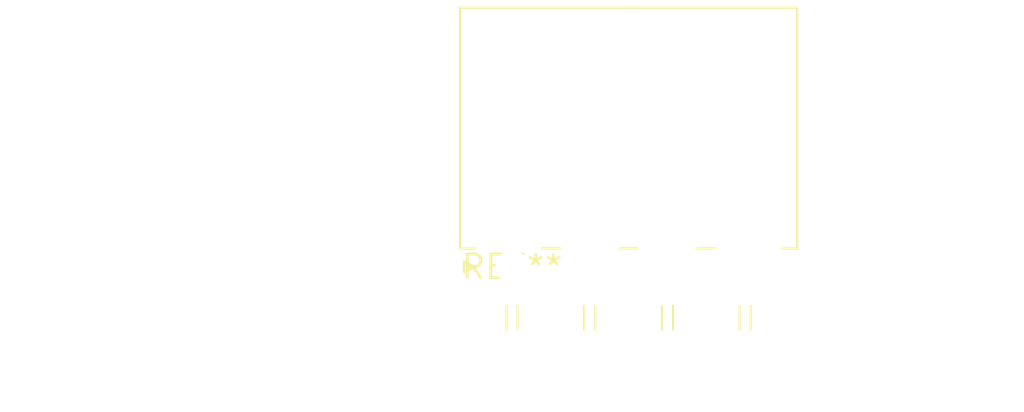
<source format=kicad_pcb>
(kicad_pcb (version 20240108) (generator pcbnew)
  (layers (0 "F.Cu" signal) (31 "B.Cu" signal) (34 "B.Paste" user) (35 "F.Paste" user) (36 "B.SilkS" user "B.Silkscreen") (37 "F.SilkS" user "F.Silkscreen") (38 "B.Mask" user) (39 "F.Mask" user) (44 "Edge.Cuts" user))
  (net 0 "")
  (footprint "Molex_Mini-Fit_Jr_5569-08A2_2x04_P4.20mm_Horizontal" (layer "F.Cu") (at 0 0)
    (property "Reference" "REF**")
    (property "Value" "Molex_Mini-Fit_Jr_5569-08A2_2x04_P4.20mm_Horizontal")
    (fp_line (start -2.81 -14.01) (end 6.3 -14.01) (layer "F.SilkS") (stroke (width 0.12)))
    (fp_line (start -2.81 -0.99) (end -2.81 -14.01) (layer "F.SilkS") (stroke (width 0.12)))
    (fp_line (start -2.6 -0.3) (end -2 0) (layer "F.SilkS") (stroke (width 0.12)))
    (fp_line (start -2.6 0.3) (end -2.6 -0.3) (layer "F.SilkS") (stroke (width 0.12)))
    (fp_line (start -2 -0.99) (end -2.81 -0.99) (layer "F.SilkS") (stroke (width 0.12)))
    (fp_line (start -2 0) (end -2.6 0.3) (layer "F.SilkS") (stroke (width 0.12)))
    (fp_line (start -0.3 2.11) (end -0.3 3.39) (layer "F.SilkS") (stroke (width 0.12)))
    (fp_line (start 0.3 2.11) (end 0.3 3.39) (layer "F.SilkS") (stroke (width 0.12)))
    (fp_line (start 1.61 -1) (end 2.59 -1) (layer "F.SilkS") (stroke (width 0.12)))
    (fp_line (start 3.9 2.11) (end 3.9 3.39) (layer "F.SilkS") (stroke (width 0.12)))
    (fp_line (start 4.5 2.11) (end 4.5 3.39) (layer "F.SilkS") (stroke (width 0.12)))
    (fp_line (start 5.81 -1) (end 6.79 -1) (layer "F.SilkS") (stroke (width 0.12)))
    (fp_line (start 8.1 2.11) (end 8.1 3.39) (layer "F.SilkS") (stroke (width 0.12)))
    (fp_line (start 8.7 2.11) (end 8.7 3.39) (layer "F.SilkS") (stroke (width 0.12)))
    (fp_line (start 10.01 -1) (end 10.99 -1) (layer "F.SilkS") (stroke (width 0.12)))
    (fp_line (start 12.3 2.11) (end 12.3 3.39) (layer "F.SilkS") (stroke (width 0.12)))
    (fp_line (start 12.9 2.11) (end 12.9 3.39) (layer "F.SilkS") (stroke (width 0.12)))
    (fp_line (start 14.6 -0.99) (end 15.41 -0.99) (layer "F.SilkS") (stroke (width 0.12)))
    (fp_line (start 15.41 -14.01) (end 6.3 -14.01) (layer "F.SilkS") (stroke (width 0.12)))
    (fp_line (start 15.41 -0.99) (end 15.41 -14.01) (layer "F.SilkS") (stroke (width 0.12)))
    (pad "" np_thru_hole circle (at 0 -7.3) (size 3 3) (drill 3) (layers *.Cu *.Mask))
    (pad "" np_thru_hole circle (at 12.6 -7.3) (size 3 3) (drill 3) (layers *.Cu *.Mask))
    (pad "1" thru_hole roundrect (at 0 0) (size 2.7 3.7) (drill 1.8) (layers *.Cu *.Mask) (remove_unused_layers) (roundrect_rratio 0.092593))
    (pad "2" thru_hole oval (at 4.2 0) (size 2.7 3.7) (drill 1.8) (layers *.Cu *.Mask) (remove_unused_layers))
    (pad "3" thru_hole oval (at 8.4 0) (size 2.7 3.7) (drill 1.8) (layers *.Cu *.Mask) (remove_unused_layers))
    (pad "4" thru_hole oval (at 12.6 0) (size 2.7 3.7) (drill 1.8) (layers *.Cu *.Mask) (remove_unused_layers))
    (pad "5" thru_hole oval (at 0 5.5) (size 2.7 3.7) (drill 1.8) (layers *.Cu *.Mask) (remove_unused_layers))
    (pad "6" thru_hole oval (at 4.2 5.5) (size 2.7 3.7) (drill 1.8) (layers *.Cu *.Mask) (remove_unused_layers))
    (pad "7" thru_hole oval (at 8.4 5.5) (size 2.7 3.7) (drill 1.8) (layers *.Cu *.Mask) (remove_unused_layers))
    (pad "8" thru_hole oval (at 12.6 5.5) (size 2.7 3.7) (drill 1.8) (layers *.Cu *.Mask) (remove_unused_layers))
  )
)
</source>
